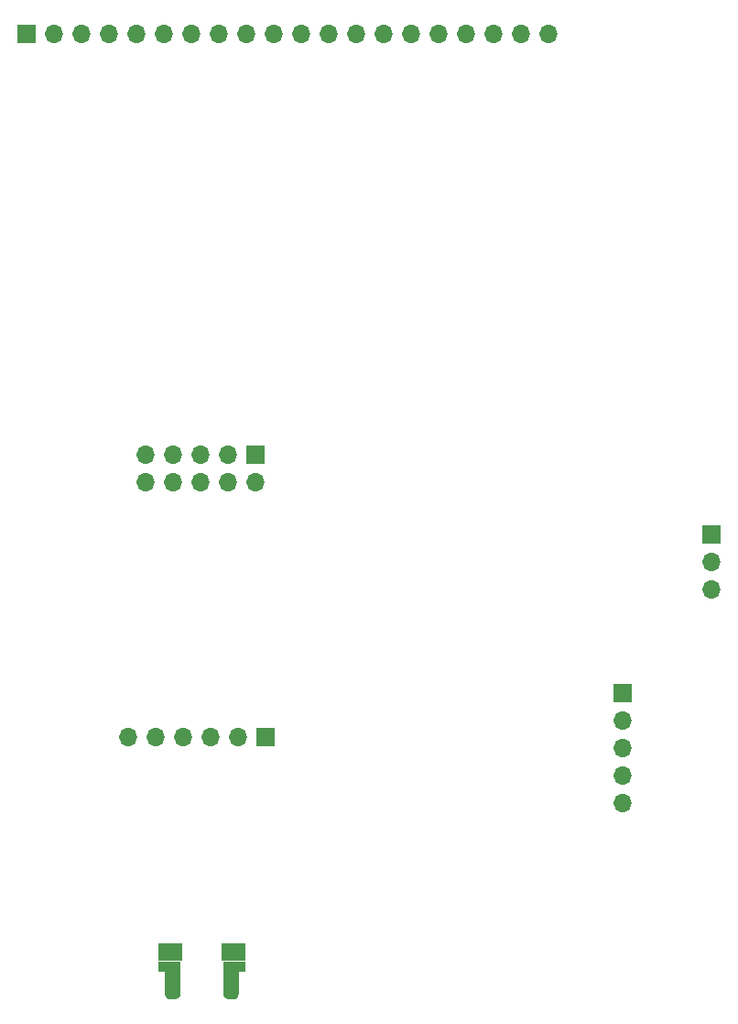
<source format=gbr>
G04 #@! TF.GenerationSoftware,KiCad,Pcbnew,5.1.5+dfsg1-2*
G04 #@! TF.CreationDate,2020-03-08T17:04:06+02:00*
G04 #@! TF.ProjectId,HX1KADCboard,4858314b-4144-4436-926f-6172642e6b69,rev?*
G04 #@! TF.SameCoordinates,Original*
G04 #@! TF.FileFunction,Soldermask,Bot*
G04 #@! TF.FilePolarity,Negative*
%FSLAX46Y46*%
G04 Gerber Fmt 4.6, Leading zero omitted, Abs format (unit mm)*
G04 Created by KiCad (PCBNEW 5.1.5+dfsg1-2) date 2020-03-08 17:04:06*
%MOMM*%
%LPD*%
G04 APERTURE LIST*
%ADD10C,0.100000*%
%ADD11R,1.117600X1.117600*%
%ADD12O,1.700000X1.700000*%
%ADD13R,1.700000X1.700000*%
G04 APERTURE END LIST*
D10*
G36*
X125584200Y-128301900D02*
G01*
X125584200Y-131273700D01*
X125557685Y-131428408D01*
X125484661Y-131567350D01*
X125372275Y-131676926D01*
X125076200Y-131769000D01*
X124568200Y-131769000D01*
X124415144Y-131744758D01*
X124277070Y-131674406D01*
X124167494Y-131564830D01*
X124072900Y-131273700D01*
X124072900Y-129203600D01*
X123539500Y-129203600D01*
X123539500Y-128301900D01*
X125584200Y-128301900D01*
G37*
G36*
X129495800Y-128301900D02*
G01*
X129495800Y-131273700D01*
X129522315Y-131428408D01*
X129595339Y-131567350D01*
X129707725Y-131676926D01*
X130003800Y-131769000D01*
X130511800Y-131769000D01*
X130664856Y-131744758D01*
X130802930Y-131674406D01*
X130912506Y-131564830D01*
X131007100Y-131273700D01*
X131007100Y-129203600D01*
X131540500Y-129203600D01*
X131540500Y-128301900D01*
X129495800Y-128301900D01*
G37*
G36*
X129343400Y-128251100D02*
G01*
X131540500Y-128251100D01*
X131540500Y-126587400D01*
X129343400Y-126587400D01*
X129343400Y-128251100D01*
G37*
G36*
X123539500Y-128251100D02*
G01*
X125736600Y-128251100D01*
X125736600Y-126587400D01*
X123539500Y-126587400D01*
X123539500Y-128251100D01*
G37*
D11*
X129965700Y-127420013D03*
X125114300Y-127420013D03*
X130314950Y-130449979D03*
X124765050Y-130449979D03*
D12*
X166441000Y-113661000D03*
X166441000Y-111121000D03*
X166441000Y-108581000D03*
X166441000Y-106041000D03*
D13*
X166441000Y-103501000D03*
D12*
X120709000Y-107541000D03*
X123249000Y-107541000D03*
X125789000Y-107541000D03*
X128329000Y-107541000D03*
X130869000Y-107541000D03*
D13*
X133409000Y-107541000D03*
D12*
X159610000Y-42610000D03*
X157070000Y-42610000D03*
X154530000Y-42610000D03*
X151990000Y-42610000D03*
X149450000Y-42610000D03*
X146910000Y-42610000D03*
X144370000Y-42610000D03*
X141830000Y-42610000D03*
X139290000Y-42610000D03*
X136750000Y-42610000D03*
X134210000Y-42610000D03*
X131670000Y-42610000D03*
X129130000Y-42610000D03*
X126590000Y-42610000D03*
X124050000Y-42610000D03*
X121510000Y-42610000D03*
X118970000Y-42610000D03*
X116430000Y-42610000D03*
X113890000Y-42610000D03*
D13*
X111350000Y-42610000D03*
D12*
X122330000Y-84070000D03*
X122330000Y-81530000D03*
X124870000Y-84070000D03*
X124870000Y-81530000D03*
X127410000Y-84070000D03*
X127410000Y-81530000D03*
X129950000Y-84070000D03*
X129950000Y-81530000D03*
X132490000Y-84070000D03*
D13*
X132490000Y-81530000D03*
D12*
X174630000Y-93900000D03*
X174630000Y-91360000D03*
D13*
X174630000Y-88820000D03*
M02*

</source>
